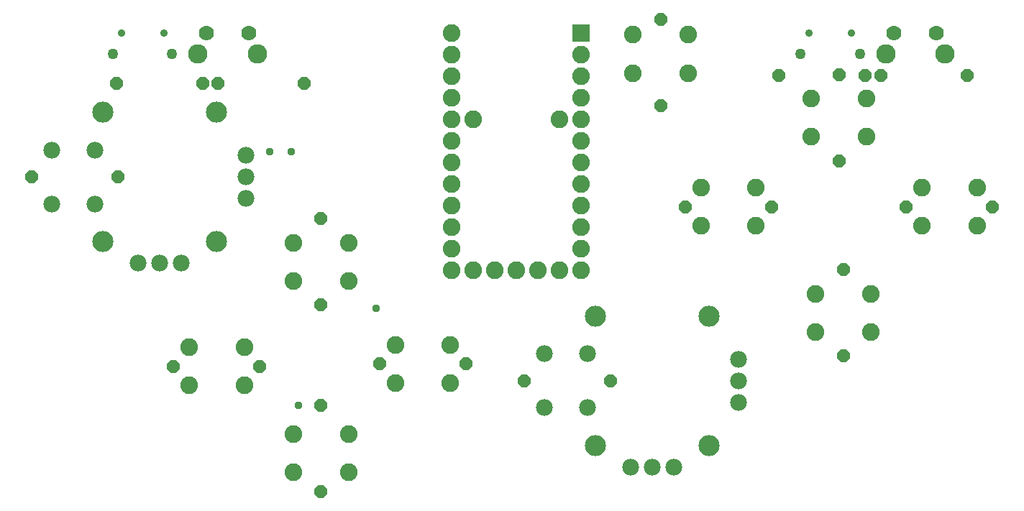
<source format=gts>
G75*
%MOIN*%
%OFA0B0*%
%FSLAX25Y25*%
%IPPOS*%
%LPD*%
%AMOC8*
5,1,8,0,0,1.08239X$1,22.5*
%
%ADD10C,0.09800*%
%ADD11C,0.07800*%
%ADD12OC8,0.06000*%
%ADD13C,0.08200*%
%ADD14R,0.08200X0.08200*%
%ADD15C,0.09000*%
%ADD16C,0.07000*%
%ADD17C,0.03500*%
%ADD18C,0.05000*%
%ADD19C,0.03778*%
D10*
X0321463Y0187791D03*
X0373963Y0187791D03*
X0373963Y0247791D03*
X0321463Y0247791D03*
X0145616Y0282280D03*
X0093116Y0282280D03*
X0093116Y0342280D03*
X0145616Y0342280D03*
D11*
X0159366Y0322280D03*
X0159366Y0312280D03*
X0159366Y0302280D03*
X0129366Y0272280D03*
X0119366Y0272280D03*
X0109366Y0272280D03*
X0089366Y0299780D03*
X0069366Y0299780D03*
X0069366Y0324780D03*
X0089366Y0324780D03*
X0297713Y0230291D03*
X0317713Y0230291D03*
X0317713Y0205291D03*
X0297713Y0205291D03*
X0337713Y0177791D03*
X0347713Y0177791D03*
X0357713Y0177791D03*
X0387713Y0207791D03*
X0387713Y0217791D03*
X0387713Y0227791D03*
D12*
X0194169Y0166295D03*
X0194169Y0206295D03*
X0221413Y0225665D03*
X0194169Y0252909D03*
X0165665Y0224484D03*
X0125665Y0224484D03*
X0194169Y0292909D03*
X0186610Y0355587D03*
X0146610Y0355587D03*
X0139366Y0355587D03*
X0099366Y0355587D03*
X0099996Y0312280D03*
X0059996Y0312280D03*
X0261413Y0225665D03*
X0288343Y0217791D03*
X0328343Y0217791D03*
X0436295Y0229287D03*
X0436295Y0269287D03*
X0465508Y0298500D03*
X0434327Y0319839D03*
X0403146Y0298500D03*
X0363146Y0298500D03*
X0351650Y0345429D03*
X0351650Y0385429D03*
X0406453Y0359524D03*
X0434327Y0359839D03*
X0446453Y0359524D03*
X0453697Y0359524D03*
X0493697Y0359524D03*
X0505508Y0298500D03*
D13*
X0498308Y0307400D03*
X0498308Y0289600D03*
X0472708Y0289600D03*
X0472708Y0307400D03*
X0447127Y0330939D03*
X0421527Y0330939D03*
X0421527Y0348739D03*
X0447127Y0348739D03*
X0395946Y0307400D03*
X0395946Y0289600D03*
X0370346Y0289600D03*
X0370346Y0307400D03*
X0314720Y0309091D03*
X0314720Y0319091D03*
X0314720Y0329091D03*
X0314720Y0339091D03*
X0304720Y0339091D03*
X0314720Y0349091D03*
X0314720Y0359091D03*
X0314720Y0369091D03*
X0338850Y0360466D03*
X0364450Y0360466D03*
X0364450Y0378266D03*
X0338850Y0378266D03*
X0264720Y0339091D03*
X0254720Y0339091D03*
X0254720Y0329091D03*
X0254720Y0319091D03*
X0254720Y0309091D03*
X0254720Y0299091D03*
X0254720Y0289091D03*
X0254720Y0279091D03*
X0254720Y0269091D03*
X0264720Y0269091D03*
X0274720Y0269091D03*
X0284720Y0269091D03*
X0294720Y0269091D03*
X0304720Y0269091D03*
X0314720Y0269091D03*
X0314720Y0279091D03*
X0314720Y0289091D03*
X0314720Y0299091D03*
X0254720Y0349091D03*
X0254720Y0359091D03*
X0254720Y0369091D03*
X0254720Y0379091D03*
X0206969Y0281809D03*
X0181369Y0281809D03*
X0181369Y0264009D03*
X0206969Y0264009D03*
X0228613Y0234565D03*
X0228613Y0216765D03*
X0254213Y0216765D03*
X0254213Y0234565D03*
X0206969Y0193227D03*
X0206969Y0175427D03*
X0181369Y0175427D03*
X0181369Y0193227D03*
X0158623Y0215624D03*
X0158623Y0233424D03*
X0133023Y0233424D03*
X0133023Y0215624D03*
X0423495Y0240387D03*
X0423495Y0258187D03*
X0449095Y0258187D03*
X0449095Y0240387D03*
D14*
X0314720Y0379091D03*
D15*
X0455980Y0369366D03*
X0483539Y0369366D03*
X0164642Y0369366D03*
X0137083Y0369366D03*
D16*
X0141020Y0379209D03*
X0160705Y0379209D03*
X0459917Y0379209D03*
X0479602Y0379209D03*
D17*
X0440232Y0379209D03*
X0420547Y0379209D03*
X0121335Y0379209D03*
X0101650Y0379209D03*
D18*
X0097713Y0369366D03*
X0125272Y0369366D03*
X0416610Y0369366D03*
X0444169Y0369366D03*
D19*
X0219760Y0251256D03*
X0183854Y0206295D03*
X0180390Y0324091D03*
X0170547Y0324091D03*
M02*

</source>
